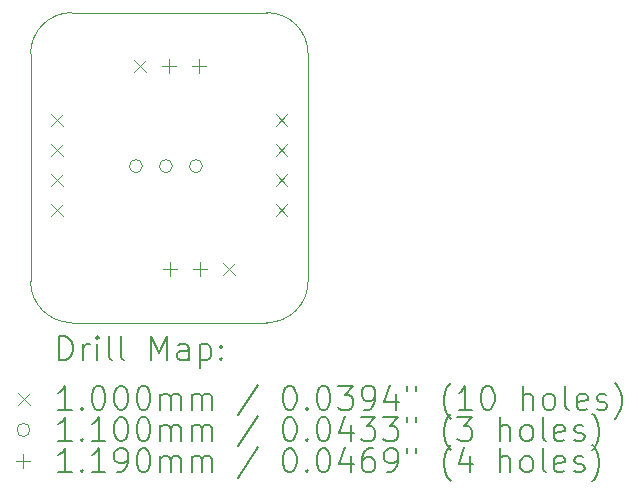
<source format=gbr>
%TF.GenerationSoftware,KiCad,Pcbnew,7.0.1*%
%TF.CreationDate,2023-08-26T15:59:39-05:00*%
%TF.ProjectId,Single Mosfet Board,53696e67-6c65-4204-9d6f-736665742042,rev?*%
%TF.SameCoordinates,Original*%
%TF.FileFunction,Drillmap*%
%TF.FilePolarity,Positive*%
%FSLAX45Y45*%
G04 Gerber Fmt 4.5, Leading zero omitted, Abs format (unit mm)*
G04 Created by KiCad (PCBNEW 7.0.1) date 2023-08-26 15:59:39*
%MOMM*%
%LPD*%
G01*
G04 APERTURE LIST*
%ADD10C,0.100000*%
%ADD11C,0.200000*%
%ADD12C,0.110000*%
%ADD13C,0.119000*%
G04 APERTURE END LIST*
D10*
X15100000Y-9450000D02*
X15100000Y-7525000D01*
X13100000Y-9800000D02*
X14750000Y-9800000D01*
X12750000Y-7525000D02*
X12750000Y-9450000D01*
X14750000Y-7175000D02*
X13100000Y-7175000D01*
X14750000Y-9800000D02*
G75*
G03*
X15100000Y-9450000I0J350000D01*
G01*
X13100000Y-7175000D02*
G75*
G03*
X12750000Y-7525000I0J-350000D01*
G01*
X15100000Y-7525000D02*
G75*
G03*
X14750000Y-7175000I-350000J0D01*
G01*
X12750000Y-9450000D02*
G75*
G03*
X13100000Y-9800000I350000J0D01*
G01*
D11*
D10*
X12925000Y-8038000D02*
X13025000Y-8138000D01*
X13025000Y-8038000D02*
X12925000Y-8138000D01*
X12925000Y-8292000D02*
X13025000Y-8392000D01*
X13025000Y-8292000D02*
X12925000Y-8392000D01*
X12925000Y-8546000D02*
X13025000Y-8646000D01*
X13025000Y-8546000D02*
X12925000Y-8646000D01*
X12925000Y-8800000D02*
X13025000Y-8900000D01*
X13025000Y-8800000D02*
X12925000Y-8900000D01*
X13625000Y-7575000D02*
X13725000Y-7675000D01*
X13725000Y-7575000D02*
X13625000Y-7675000D01*
X14383000Y-9293000D02*
X14483000Y-9393000D01*
X14483000Y-9293000D02*
X14383000Y-9393000D01*
X14825000Y-8038000D02*
X14925000Y-8138000D01*
X14925000Y-8038000D02*
X14825000Y-8138000D01*
X14825000Y-8292000D02*
X14925000Y-8392000D01*
X14925000Y-8292000D02*
X14825000Y-8392000D01*
X14825000Y-8546000D02*
X14925000Y-8646000D01*
X14925000Y-8546000D02*
X14825000Y-8646000D01*
X14825000Y-8800000D02*
X14925000Y-8900000D01*
X14925000Y-8800000D02*
X14825000Y-8900000D01*
D12*
X13697000Y-8475000D02*
G75*
G03*
X13697000Y-8475000I-55000J0D01*
G01*
X13951000Y-8475000D02*
G75*
G03*
X13951000Y-8475000I-55000J0D01*
G01*
X14205000Y-8475000D02*
G75*
G03*
X14205000Y-8475000I-55000J0D01*
G01*
D13*
X13921000Y-7565500D02*
X13921000Y-7684500D01*
X13861500Y-7625000D02*
X13980500Y-7625000D01*
X13933000Y-9283500D02*
X13933000Y-9402500D01*
X13873500Y-9343000D02*
X13992500Y-9343000D01*
X14175000Y-7565500D02*
X14175000Y-7684500D01*
X14115500Y-7625000D02*
X14234500Y-7625000D01*
X14187000Y-9283500D02*
X14187000Y-9402500D01*
X14127500Y-9343000D02*
X14246500Y-9343000D01*
D11*
X12992619Y-10117524D02*
X12992619Y-9917524D01*
X12992619Y-9917524D02*
X13040238Y-9917524D01*
X13040238Y-9917524D02*
X13068809Y-9927048D01*
X13068809Y-9927048D02*
X13087857Y-9946095D01*
X13087857Y-9946095D02*
X13097381Y-9965143D01*
X13097381Y-9965143D02*
X13106905Y-10003238D01*
X13106905Y-10003238D02*
X13106905Y-10031810D01*
X13106905Y-10031810D02*
X13097381Y-10069905D01*
X13097381Y-10069905D02*
X13087857Y-10088952D01*
X13087857Y-10088952D02*
X13068809Y-10108000D01*
X13068809Y-10108000D02*
X13040238Y-10117524D01*
X13040238Y-10117524D02*
X12992619Y-10117524D01*
X13192619Y-10117524D02*
X13192619Y-9984190D01*
X13192619Y-10022286D02*
X13202143Y-10003238D01*
X13202143Y-10003238D02*
X13211667Y-9993714D01*
X13211667Y-9993714D02*
X13230714Y-9984190D01*
X13230714Y-9984190D02*
X13249762Y-9984190D01*
X13316428Y-10117524D02*
X13316428Y-9984190D01*
X13316428Y-9917524D02*
X13306905Y-9927048D01*
X13306905Y-9927048D02*
X13316428Y-9936571D01*
X13316428Y-9936571D02*
X13325952Y-9927048D01*
X13325952Y-9927048D02*
X13316428Y-9917524D01*
X13316428Y-9917524D02*
X13316428Y-9936571D01*
X13440238Y-10117524D02*
X13421190Y-10108000D01*
X13421190Y-10108000D02*
X13411667Y-10088952D01*
X13411667Y-10088952D02*
X13411667Y-9917524D01*
X13545000Y-10117524D02*
X13525952Y-10108000D01*
X13525952Y-10108000D02*
X13516428Y-10088952D01*
X13516428Y-10088952D02*
X13516428Y-9917524D01*
X13773571Y-10117524D02*
X13773571Y-9917524D01*
X13773571Y-9917524D02*
X13840238Y-10060381D01*
X13840238Y-10060381D02*
X13906905Y-9917524D01*
X13906905Y-9917524D02*
X13906905Y-10117524D01*
X14087857Y-10117524D02*
X14087857Y-10012762D01*
X14087857Y-10012762D02*
X14078333Y-9993714D01*
X14078333Y-9993714D02*
X14059286Y-9984190D01*
X14059286Y-9984190D02*
X14021190Y-9984190D01*
X14021190Y-9984190D02*
X14002143Y-9993714D01*
X14087857Y-10108000D02*
X14068809Y-10117524D01*
X14068809Y-10117524D02*
X14021190Y-10117524D01*
X14021190Y-10117524D02*
X14002143Y-10108000D01*
X14002143Y-10108000D02*
X13992619Y-10088952D01*
X13992619Y-10088952D02*
X13992619Y-10069905D01*
X13992619Y-10069905D02*
X14002143Y-10050857D01*
X14002143Y-10050857D02*
X14021190Y-10041333D01*
X14021190Y-10041333D02*
X14068809Y-10041333D01*
X14068809Y-10041333D02*
X14087857Y-10031810D01*
X14183095Y-9984190D02*
X14183095Y-10184190D01*
X14183095Y-9993714D02*
X14202143Y-9984190D01*
X14202143Y-9984190D02*
X14240238Y-9984190D01*
X14240238Y-9984190D02*
X14259286Y-9993714D01*
X14259286Y-9993714D02*
X14268809Y-10003238D01*
X14268809Y-10003238D02*
X14278333Y-10022286D01*
X14278333Y-10022286D02*
X14278333Y-10079429D01*
X14278333Y-10079429D02*
X14268809Y-10098476D01*
X14268809Y-10098476D02*
X14259286Y-10108000D01*
X14259286Y-10108000D02*
X14240238Y-10117524D01*
X14240238Y-10117524D02*
X14202143Y-10117524D01*
X14202143Y-10117524D02*
X14183095Y-10108000D01*
X14364048Y-10098476D02*
X14373571Y-10108000D01*
X14373571Y-10108000D02*
X14364048Y-10117524D01*
X14364048Y-10117524D02*
X14354524Y-10108000D01*
X14354524Y-10108000D02*
X14364048Y-10098476D01*
X14364048Y-10098476D02*
X14364048Y-10117524D01*
X14364048Y-9993714D02*
X14373571Y-10003238D01*
X14373571Y-10003238D02*
X14364048Y-10012762D01*
X14364048Y-10012762D02*
X14354524Y-10003238D01*
X14354524Y-10003238D02*
X14364048Y-9993714D01*
X14364048Y-9993714D02*
X14364048Y-10012762D01*
D10*
X12645000Y-10395000D02*
X12745000Y-10495000D01*
X12745000Y-10395000D02*
X12645000Y-10495000D01*
D11*
X13097381Y-10537524D02*
X12983095Y-10537524D01*
X13040238Y-10537524D02*
X13040238Y-10337524D01*
X13040238Y-10337524D02*
X13021190Y-10366095D01*
X13021190Y-10366095D02*
X13002143Y-10385143D01*
X13002143Y-10385143D02*
X12983095Y-10394667D01*
X13183095Y-10518476D02*
X13192619Y-10528000D01*
X13192619Y-10528000D02*
X13183095Y-10537524D01*
X13183095Y-10537524D02*
X13173571Y-10528000D01*
X13173571Y-10528000D02*
X13183095Y-10518476D01*
X13183095Y-10518476D02*
X13183095Y-10537524D01*
X13316428Y-10337524D02*
X13335476Y-10337524D01*
X13335476Y-10337524D02*
X13354524Y-10347048D01*
X13354524Y-10347048D02*
X13364048Y-10356571D01*
X13364048Y-10356571D02*
X13373571Y-10375619D01*
X13373571Y-10375619D02*
X13383095Y-10413714D01*
X13383095Y-10413714D02*
X13383095Y-10461333D01*
X13383095Y-10461333D02*
X13373571Y-10499429D01*
X13373571Y-10499429D02*
X13364048Y-10518476D01*
X13364048Y-10518476D02*
X13354524Y-10528000D01*
X13354524Y-10528000D02*
X13335476Y-10537524D01*
X13335476Y-10537524D02*
X13316428Y-10537524D01*
X13316428Y-10537524D02*
X13297381Y-10528000D01*
X13297381Y-10528000D02*
X13287857Y-10518476D01*
X13287857Y-10518476D02*
X13278333Y-10499429D01*
X13278333Y-10499429D02*
X13268809Y-10461333D01*
X13268809Y-10461333D02*
X13268809Y-10413714D01*
X13268809Y-10413714D02*
X13278333Y-10375619D01*
X13278333Y-10375619D02*
X13287857Y-10356571D01*
X13287857Y-10356571D02*
X13297381Y-10347048D01*
X13297381Y-10347048D02*
X13316428Y-10337524D01*
X13506905Y-10337524D02*
X13525952Y-10337524D01*
X13525952Y-10337524D02*
X13545000Y-10347048D01*
X13545000Y-10347048D02*
X13554524Y-10356571D01*
X13554524Y-10356571D02*
X13564048Y-10375619D01*
X13564048Y-10375619D02*
X13573571Y-10413714D01*
X13573571Y-10413714D02*
X13573571Y-10461333D01*
X13573571Y-10461333D02*
X13564048Y-10499429D01*
X13564048Y-10499429D02*
X13554524Y-10518476D01*
X13554524Y-10518476D02*
X13545000Y-10528000D01*
X13545000Y-10528000D02*
X13525952Y-10537524D01*
X13525952Y-10537524D02*
X13506905Y-10537524D01*
X13506905Y-10537524D02*
X13487857Y-10528000D01*
X13487857Y-10528000D02*
X13478333Y-10518476D01*
X13478333Y-10518476D02*
X13468809Y-10499429D01*
X13468809Y-10499429D02*
X13459286Y-10461333D01*
X13459286Y-10461333D02*
X13459286Y-10413714D01*
X13459286Y-10413714D02*
X13468809Y-10375619D01*
X13468809Y-10375619D02*
X13478333Y-10356571D01*
X13478333Y-10356571D02*
X13487857Y-10347048D01*
X13487857Y-10347048D02*
X13506905Y-10337524D01*
X13697381Y-10337524D02*
X13716429Y-10337524D01*
X13716429Y-10337524D02*
X13735476Y-10347048D01*
X13735476Y-10347048D02*
X13745000Y-10356571D01*
X13745000Y-10356571D02*
X13754524Y-10375619D01*
X13754524Y-10375619D02*
X13764048Y-10413714D01*
X13764048Y-10413714D02*
X13764048Y-10461333D01*
X13764048Y-10461333D02*
X13754524Y-10499429D01*
X13754524Y-10499429D02*
X13745000Y-10518476D01*
X13745000Y-10518476D02*
X13735476Y-10528000D01*
X13735476Y-10528000D02*
X13716429Y-10537524D01*
X13716429Y-10537524D02*
X13697381Y-10537524D01*
X13697381Y-10537524D02*
X13678333Y-10528000D01*
X13678333Y-10528000D02*
X13668809Y-10518476D01*
X13668809Y-10518476D02*
X13659286Y-10499429D01*
X13659286Y-10499429D02*
X13649762Y-10461333D01*
X13649762Y-10461333D02*
X13649762Y-10413714D01*
X13649762Y-10413714D02*
X13659286Y-10375619D01*
X13659286Y-10375619D02*
X13668809Y-10356571D01*
X13668809Y-10356571D02*
X13678333Y-10347048D01*
X13678333Y-10347048D02*
X13697381Y-10337524D01*
X13849762Y-10537524D02*
X13849762Y-10404190D01*
X13849762Y-10423238D02*
X13859286Y-10413714D01*
X13859286Y-10413714D02*
X13878333Y-10404190D01*
X13878333Y-10404190D02*
X13906905Y-10404190D01*
X13906905Y-10404190D02*
X13925952Y-10413714D01*
X13925952Y-10413714D02*
X13935476Y-10432762D01*
X13935476Y-10432762D02*
X13935476Y-10537524D01*
X13935476Y-10432762D02*
X13945000Y-10413714D01*
X13945000Y-10413714D02*
X13964048Y-10404190D01*
X13964048Y-10404190D02*
X13992619Y-10404190D01*
X13992619Y-10404190D02*
X14011667Y-10413714D01*
X14011667Y-10413714D02*
X14021190Y-10432762D01*
X14021190Y-10432762D02*
X14021190Y-10537524D01*
X14116429Y-10537524D02*
X14116429Y-10404190D01*
X14116429Y-10423238D02*
X14125952Y-10413714D01*
X14125952Y-10413714D02*
X14145000Y-10404190D01*
X14145000Y-10404190D02*
X14173571Y-10404190D01*
X14173571Y-10404190D02*
X14192619Y-10413714D01*
X14192619Y-10413714D02*
X14202143Y-10432762D01*
X14202143Y-10432762D02*
X14202143Y-10537524D01*
X14202143Y-10432762D02*
X14211667Y-10413714D01*
X14211667Y-10413714D02*
X14230714Y-10404190D01*
X14230714Y-10404190D02*
X14259286Y-10404190D01*
X14259286Y-10404190D02*
X14278333Y-10413714D01*
X14278333Y-10413714D02*
X14287857Y-10432762D01*
X14287857Y-10432762D02*
X14287857Y-10537524D01*
X14678333Y-10328000D02*
X14506905Y-10585143D01*
X14935476Y-10337524D02*
X14954524Y-10337524D01*
X14954524Y-10337524D02*
X14973572Y-10347048D01*
X14973572Y-10347048D02*
X14983095Y-10356571D01*
X14983095Y-10356571D02*
X14992619Y-10375619D01*
X14992619Y-10375619D02*
X15002143Y-10413714D01*
X15002143Y-10413714D02*
X15002143Y-10461333D01*
X15002143Y-10461333D02*
X14992619Y-10499429D01*
X14992619Y-10499429D02*
X14983095Y-10518476D01*
X14983095Y-10518476D02*
X14973572Y-10528000D01*
X14973572Y-10528000D02*
X14954524Y-10537524D01*
X14954524Y-10537524D02*
X14935476Y-10537524D01*
X14935476Y-10537524D02*
X14916429Y-10528000D01*
X14916429Y-10528000D02*
X14906905Y-10518476D01*
X14906905Y-10518476D02*
X14897381Y-10499429D01*
X14897381Y-10499429D02*
X14887857Y-10461333D01*
X14887857Y-10461333D02*
X14887857Y-10413714D01*
X14887857Y-10413714D02*
X14897381Y-10375619D01*
X14897381Y-10375619D02*
X14906905Y-10356571D01*
X14906905Y-10356571D02*
X14916429Y-10347048D01*
X14916429Y-10347048D02*
X14935476Y-10337524D01*
X15087857Y-10518476D02*
X15097381Y-10528000D01*
X15097381Y-10528000D02*
X15087857Y-10537524D01*
X15087857Y-10537524D02*
X15078333Y-10528000D01*
X15078333Y-10528000D02*
X15087857Y-10518476D01*
X15087857Y-10518476D02*
X15087857Y-10537524D01*
X15221191Y-10337524D02*
X15240238Y-10337524D01*
X15240238Y-10337524D02*
X15259286Y-10347048D01*
X15259286Y-10347048D02*
X15268810Y-10356571D01*
X15268810Y-10356571D02*
X15278333Y-10375619D01*
X15278333Y-10375619D02*
X15287857Y-10413714D01*
X15287857Y-10413714D02*
X15287857Y-10461333D01*
X15287857Y-10461333D02*
X15278333Y-10499429D01*
X15278333Y-10499429D02*
X15268810Y-10518476D01*
X15268810Y-10518476D02*
X15259286Y-10528000D01*
X15259286Y-10528000D02*
X15240238Y-10537524D01*
X15240238Y-10537524D02*
X15221191Y-10537524D01*
X15221191Y-10537524D02*
X15202143Y-10528000D01*
X15202143Y-10528000D02*
X15192619Y-10518476D01*
X15192619Y-10518476D02*
X15183095Y-10499429D01*
X15183095Y-10499429D02*
X15173572Y-10461333D01*
X15173572Y-10461333D02*
X15173572Y-10413714D01*
X15173572Y-10413714D02*
X15183095Y-10375619D01*
X15183095Y-10375619D02*
X15192619Y-10356571D01*
X15192619Y-10356571D02*
X15202143Y-10347048D01*
X15202143Y-10347048D02*
X15221191Y-10337524D01*
X15354524Y-10337524D02*
X15478333Y-10337524D01*
X15478333Y-10337524D02*
X15411667Y-10413714D01*
X15411667Y-10413714D02*
X15440238Y-10413714D01*
X15440238Y-10413714D02*
X15459286Y-10423238D01*
X15459286Y-10423238D02*
X15468810Y-10432762D01*
X15468810Y-10432762D02*
X15478333Y-10451810D01*
X15478333Y-10451810D02*
X15478333Y-10499429D01*
X15478333Y-10499429D02*
X15468810Y-10518476D01*
X15468810Y-10518476D02*
X15459286Y-10528000D01*
X15459286Y-10528000D02*
X15440238Y-10537524D01*
X15440238Y-10537524D02*
X15383095Y-10537524D01*
X15383095Y-10537524D02*
X15364048Y-10528000D01*
X15364048Y-10528000D02*
X15354524Y-10518476D01*
X15573572Y-10537524D02*
X15611667Y-10537524D01*
X15611667Y-10537524D02*
X15630714Y-10528000D01*
X15630714Y-10528000D02*
X15640238Y-10518476D01*
X15640238Y-10518476D02*
X15659286Y-10489905D01*
X15659286Y-10489905D02*
X15668810Y-10451810D01*
X15668810Y-10451810D02*
X15668810Y-10375619D01*
X15668810Y-10375619D02*
X15659286Y-10356571D01*
X15659286Y-10356571D02*
X15649762Y-10347048D01*
X15649762Y-10347048D02*
X15630714Y-10337524D01*
X15630714Y-10337524D02*
X15592619Y-10337524D01*
X15592619Y-10337524D02*
X15573572Y-10347048D01*
X15573572Y-10347048D02*
X15564048Y-10356571D01*
X15564048Y-10356571D02*
X15554524Y-10375619D01*
X15554524Y-10375619D02*
X15554524Y-10423238D01*
X15554524Y-10423238D02*
X15564048Y-10442286D01*
X15564048Y-10442286D02*
X15573572Y-10451810D01*
X15573572Y-10451810D02*
X15592619Y-10461333D01*
X15592619Y-10461333D02*
X15630714Y-10461333D01*
X15630714Y-10461333D02*
X15649762Y-10451810D01*
X15649762Y-10451810D02*
X15659286Y-10442286D01*
X15659286Y-10442286D02*
X15668810Y-10423238D01*
X15840238Y-10404190D02*
X15840238Y-10537524D01*
X15792619Y-10328000D02*
X15745000Y-10470857D01*
X15745000Y-10470857D02*
X15868810Y-10470857D01*
X15935476Y-10337524D02*
X15935476Y-10375619D01*
X16011667Y-10337524D02*
X16011667Y-10375619D01*
X16306905Y-10613714D02*
X16297381Y-10604190D01*
X16297381Y-10604190D02*
X16278334Y-10575619D01*
X16278334Y-10575619D02*
X16268810Y-10556571D01*
X16268810Y-10556571D02*
X16259286Y-10528000D01*
X16259286Y-10528000D02*
X16249762Y-10480381D01*
X16249762Y-10480381D02*
X16249762Y-10442286D01*
X16249762Y-10442286D02*
X16259286Y-10394667D01*
X16259286Y-10394667D02*
X16268810Y-10366095D01*
X16268810Y-10366095D02*
X16278334Y-10347048D01*
X16278334Y-10347048D02*
X16297381Y-10318476D01*
X16297381Y-10318476D02*
X16306905Y-10308952D01*
X16487857Y-10537524D02*
X16373572Y-10537524D01*
X16430714Y-10537524D02*
X16430714Y-10337524D01*
X16430714Y-10337524D02*
X16411667Y-10366095D01*
X16411667Y-10366095D02*
X16392619Y-10385143D01*
X16392619Y-10385143D02*
X16373572Y-10394667D01*
X16611667Y-10337524D02*
X16630715Y-10337524D01*
X16630715Y-10337524D02*
X16649762Y-10347048D01*
X16649762Y-10347048D02*
X16659286Y-10356571D01*
X16659286Y-10356571D02*
X16668810Y-10375619D01*
X16668810Y-10375619D02*
X16678334Y-10413714D01*
X16678334Y-10413714D02*
X16678334Y-10461333D01*
X16678334Y-10461333D02*
X16668810Y-10499429D01*
X16668810Y-10499429D02*
X16659286Y-10518476D01*
X16659286Y-10518476D02*
X16649762Y-10528000D01*
X16649762Y-10528000D02*
X16630715Y-10537524D01*
X16630715Y-10537524D02*
X16611667Y-10537524D01*
X16611667Y-10537524D02*
X16592619Y-10528000D01*
X16592619Y-10528000D02*
X16583095Y-10518476D01*
X16583095Y-10518476D02*
X16573572Y-10499429D01*
X16573572Y-10499429D02*
X16564048Y-10461333D01*
X16564048Y-10461333D02*
X16564048Y-10413714D01*
X16564048Y-10413714D02*
X16573572Y-10375619D01*
X16573572Y-10375619D02*
X16583095Y-10356571D01*
X16583095Y-10356571D02*
X16592619Y-10347048D01*
X16592619Y-10347048D02*
X16611667Y-10337524D01*
X16916429Y-10537524D02*
X16916429Y-10337524D01*
X17002143Y-10537524D02*
X17002143Y-10432762D01*
X17002143Y-10432762D02*
X16992619Y-10413714D01*
X16992619Y-10413714D02*
X16973572Y-10404190D01*
X16973572Y-10404190D02*
X16945000Y-10404190D01*
X16945000Y-10404190D02*
X16925953Y-10413714D01*
X16925953Y-10413714D02*
X16916429Y-10423238D01*
X17125953Y-10537524D02*
X17106905Y-10528000D01*
X17106905Y-10528000D02*
X17097381Y-10518476D01*
X17097381Y-10518476D02*
X17087858Y-10499429D01*
X17087858Y-10499429D02*
X17087858Y-10442286D01*
X17087858Y-10442286D02*
X17097381Y-10423238D01*
X17097381Y-10423238D02*
X17106905Y-10413714D01*
X17106905Y-10413714D02*
X17125953Y-10404190D01*
X17125953Y-10404190D02*
X17154524Y-10404190D01*
X17154524Y-10404190D02*
X17173572Y-10413714D01*
X17173572Y-10413714D02*
X17183096Y-10423238D01*
X17183096Y-10423238D02*
X17192619Y-10442286D01*
X17192619Y-10442286D02*
X17192619Y-10499429D01*
X17192619Y-10499429D02*
X17183096Y-10518476D01*
X17183096Y-10518476D02*
X17173572Y-10528000D01*
X17173572Y-10528000D02*
X17154524Y-10537524D01*
X17154524Y-10537524D02*
X17125953Y-10537524D01*
X17306905Y-10537524D02*
X17287858Y-10528000D01*
X17287858Y-10528000D02*
X17278334Y-10508952D01*
X17278334Y-10508952D02*
X17278334Y-10337524D01*
X17459286Y-10528000D02*
X17440239Y-10537524D01*
X17440239Y-10537524D02*
X17402143Y-10537524D01*
X17402143Y-10537524D02*
X17383096Y-10528000D01*
X17383096Y-10528000D02*
X17373572Y-10508952D01*
X17373572Y-10508952D02*
X17373572Y-10432762D01*
X17373572Y-10432762D02*
X17383096Y-10413714D01*
X17383096Y-10413714D02*
X17402143Y-10404190D01*
X17402143Y-10404190D02*
X17440239Y-10404190D01*
X17440239Y-10404190D02*
X17459286Y-10413714D01*
X17459286Y-10413714D02*
X17468810Y-10432762D01*
X17468810Y-10432762D02*
X17468810Y-10451810D01*
X17468810Y-10451810D02*
X17373572Y-10470857D01*
X17545000Y-10528000D02*
X17564048Y-10537524D01*
X17564048Y-10537524D02*
X17602143Y-10537524D01*
X17602143Y-10537524D02*
X17621191Y-10528000D01*
X17621191Y-10528000D02*
X17630715Y-10508952D01*
X17630715Y-10508952D02*
X17630715Y-10499429D01*
X17630715Y-10499429D02*
X17621191Y-10480381D01*
X17621191Y-10480381D02*
X17602143Y-10470857D01*
X17602143Y-10470857D02*
X17573572Y-10470857D01*
X17573572Y-10470857D02*
X17554524Y-10461333D01*
X17554524Y-10461333D02*
X17545000Y-10442286D01*
X17545000Y-10442286D02*
X17545000Y-10432762D01*
X17545000Y-10432762D02*
X17554524Y-10413714D01*
X17554524Y-10413714D02*
X17573572Y-10404190D01*
X17573572Y-10404190D02*
X17602143Y-10404190D01*
X17602143Y-10404190D02*
X17621191Y-10413714D01*
X17697381Y-10613714D02*
X17706905Y-10604190D01*
X17706905Y-10604190D02*
X17725953Y-10575619D01*
X17725953Y-10575619D02*
X17735477Y-10556571D01*
X17735477Y-10556571D02*
X17745000Y-10528000D01*
X17745000Y-10528000D02*
X17754524Y-10480381D01*
X17754524Y-10480381D02*
X17754524Y-10442286D01*
X17754524Y-10442286D02*
X17745000Y-10394667D01*
X17745000Y-10394667D02*
X17735477Y-10366095D01*
X17735477Y-10366095D02*
X17725953Y-10347048D01*
X17725953Y-10347048D02*
X17706905Y-10318476D01*
X17706905Y-10318476D02*
X17697381Y-10308952D01*
D12*
X12745000Y-10709000D02*
G75*
G03*
X12745000Y-10709000I-55000J0D01*
G01*
D11*
X13097381Y-10801524D02*
X12983095Y-10801524D01*
X13040238Y-10801524D02*
X13040238Y-10601524D01*
X13040238Y-10601524D02*
X13021190Y-10630095D01*
X13021190Y-10630095D02*
X13002143Y-10649143D01*
X13002143Y-10649143D02*
X12983095Y-10658667D01*
X13183095Y-10782476D02*
X13192619Y-10792000D01*
X13192619Y-10792000D02*
X13183095Y-10801524D01*
X13183095Y-10801524D02*
X13173571Y-10792000D01*
X13173571Y-10792000D02*
X13183095Y-10782476D01*
X13183095Y-10782476D02*
X13183095Y-10801524D01*
X13383095Y-10801524D02*
X13268809Y-10801524D01*
X13325952Y-10801524D02*
X13325952Y-10601524D01*
X13325952Y-10601524D02*
X13306905Y-10630095D01*
X13306905Y-10630095D02*
X13287857Y-10649143D01*
X13287857Y-10649143D02*
X13268809Y-10658667D01*
X13506905Y-10601524D02*
X13525952Y-10601524D01*
X13525952Y-10601524D02*
X13545000Y-10611048D01*
X13545000Y-10611048D02*
X13554524Y-10620571D01*
X13554524Y-10620571D02*
X13564048Y-10639619D01*
X13564048Y-10639619D02*
X13573571Y-10677714D01*
X13573571Y-10677714D02*
X13573571Y-10725333D01*
X13573571Y-10725333D02*
X13564048Y-10763429D01*
X13564048Y-10763429D02*
X13554524Y-10782476D01*
X13554524Y-10782476D02*
X13545000Y-10792000D01*
X13545000Y-10792000D02*
X13525952Y-10801524D01*
X13525952Y-10801524D02*
X13506905Y-10801524D01*
X13506905Y-10801524D02*
X13487857Y-10792000D01*
X13487857Y-10792000D02*
X13478333Y-10782476D01*
X13478333Y-10782476D02*
X13468809Y-10763429D01*
X13468809Y-10763429D02*
X13459286Y-10725333D01*
X13459286Y-10725333D02*
X13459286Y-10677714D01*
X13459286Y-10677714D02*
X13468809Y-10639619D01*
X13468809Y-10639619D02*
X13478333Y-10620571D01*
X13478333Y-10620571D02*
X13487857Y-10611048D01*
X13487857Y-10611048D02*
X13506905Y-10601524D01*
X13697381Y-10601524D02*
X13716429Y-10601524D01*
X13716429Y-10601524D02*
X13735476Y-10611048D01*
X13735476Y-10611048D02*
X13745000Y-10620571D01*
X13745000Y-10620571D02*
X13754524Y-10639619D01*
X13754524Y-10639619D02*
X13764048Y-10677714D01*
X13764048Y-10677714D02*
X13764048Y-10725333D01*
X13764048Y-10725333D02*
X13754524Y-10763429D01*
X13754524Y-10763429D02*
X13745000Y-10782476D01*
X13745000Y-10782476D02*
X13735476Y-10792000D01*
X13735476Y-10792000D02*
X13716429Y-10801524D01*
X13716429Y-10801524D02*
X13697381Y-10801524D01*
X13697381Y-10801524D02*
X13678333Y-10792000D01*
X13678333Y-10792000D02*
X13668809Y-10782476D01*
X13668809Y-10782476D02*
X13659286Y-10763429D01*
X13659286Y-10763429D02*
X13649762Y-10725333D01*
X13649762Y-10725333D02*
X13649762Y-10677714D01*
X13649762Y-10677714D02*
X13659286Y-10639619D01*
X13659286Y-10639619D02*
X13668809Y-10620571D01*
X13668809Y-10620571D02*
X13678333Y-10611048D01*
X13678333Y-10611048D02*
X13697381Y-10601524D01*
X13849762Y-10801524D02*
X13849762Y-10668190D01*
X13849762Y-10687238D02*
X13859286Y-10677714D01*
X13859286Y-10677714D02*
X13878333Y-10668190D01*
X13878333Y-10668190D02*
X13906905Y-10668190D01*
X13906905Y-10668190D02*
X13925952Y-10677714D01*
X13925952Y-10677714D02*
X13935476Y-10696762D01*
X13935476Y-10696762D02*
X13935476Y-10801524D01*
X13935476Y-10696762D02*
X13945000Y-10677714D01*
X13945000Y-10677714D02*
X13964048Y-10668190D01*
X13964048Y-10668190D02*
X13992619Y-10668190D01*
X13992619Y-10668190D02*
X14011667Y-10677714D01*
X14011667Y-10677714D02*
X14021190Y-10696762D01*
X14021190Y-10696762D02*
X14021190Y-10801524D01*
X14116429Y-10801524D02*
X14116429Y-10668190D01*
X14116429Y-10687238D02*
X14125952Y-10677714D01*
X14125952Y-10677714D02*
X14145000Y-10668190D01*
X14145000Y-10668190D02*
X14173571Y-10668190D01*
X14173571Y-10668190D02*
X14192619Y-10677714D01*
X14192619Y-10677714D02*
X14202143Y-10696762D01*
X14202143Y-10696762D02*
X14202143Y-10801524D01*
X14202143Y-10696762D02*
X14211667Y-10677714D01*
X14211667Y-10677714D02*
X14230714Y-10668190D01*
X14230714Y-10668190D02*
X14259286Y-10668190D01*
X14259286Y-10668190D02*
X14278333Y-10677714D01*
X14278333Y-10677714D02*
X14287857Y-10696762D01*
X14287857Y-10696762D02*
X14287857Y-10801524D01*
X14678333Y-10592000D02*
X14506905Y-10849143D01*
X14935476Y-10601524D02*
X14954524Y-10601524D01*
X14954524Y-10601524D02*
X14973572Y-10611048D01*
X14973572Y-10611048D02*
X14983095Y-10620571D01*
X14983095Y-10620571D02*
X14992619Y-10639619D01*
X14992619Y-10639619D02*
X15002143Y-10677714D01*
X15002143Y-10677714D02*
X15002143Y-10725333D01*
X15002143Y-10725333D02*
X14992619Y-10763429D01*
X14992619Y-10763429D02*
X14983095Y-10782476D01*
X14983095Y-10782476D02*
X14973572Y-10792000D01*
X14973572Y-10792000D02*
X14954524Y-10801524D01*
X14954524Y-10801524D02*
X14935476Y-10801524D01*
X14935476Y-10801524D02*
X14916429Y-10792000D01*
X14916429Y-10792000D02*
X14906905Y-10782476D01*
X14906905Y-10782476D02*
X14897381Y-10763429D01*
X14897381Y-10763429D02*
X14887857Y-10725333D01*
X14887857Y-10725333D02*
X14887857Y-10677714D01*
X14887857Y-10677714D02*
X14897381Y-10639619D01*
X14897381Y-10639619D02*
X14906905Y-10620571D01*
X14906905Y-10620571D02*
X14916429Y-10611048D01*
X14916429Y-10611048D02*
X14935476Y-10601524D01*
X15087857Y-10782476D02*
X15097381Y-10792000D01*
X15097381Y-10792000D02*
X15087857Y-10801524D01*
X15087857Y-10801524D02*
X15078333Y-10792000D01*
X15078333Y-10792000D02*
X15087857Y-10782476D01*
X15087857Y-10782476D02*
X15087857Y-10801524D01*
X15221191Y-10601524D02*
X15240238Y-10601524D01*
X15240238Y-10601524D02*
X15259286Y-10611048D01*
X15259286Y-10611048D02*
X15268810Y-10620571D01*
X15268810Y-10620571D02*
X15278333Y-10639619D01*
X15278333Y-10639619D02*
X15287857Y-10677714D01*
X15287857Y-10677714D02*
X15287857Y-10725333D01*
X15287857Y-10725333D02*
X15278333Y-10763429D01*
X15278333Y-10763429D02*
X15268810Y-10782476D01*
X15268810Y-10782476D02*
X15259286Y-10792000D01*
X15259286Y-10792000D02*
X15240238Y-10801524D01*
X15240238Y-10801524D02*
X15221191Y-10801524D01*
X15221191Y-10801524D02*
X15202143Y-10792000D01*
X15202143Y-10792000D02*
X15192619Y-10782476D01*
X15192619Y-10782476D02*
X15183095Y-10763429D01*
X15183095Y-10763429D02*
X15173572Y-10725333D01*
X15173572Y-10725333D02*
X15173572Y-10677714D01*
X15173572Y-10677714D02*
X15183095Y-10639619D01*
X15183095Y-10639619D02*
X15192619Y-10620571D01*
X15192619Y-10620571D02*
X15202143Y-10611048D01*
X15202143Y-10611048D02*
X15221191Y-10601524D01*
X15459286Y-10668190D02*
X15459286Y-10801524D01*
X15411667Y-10592000D02*
X15364048Y-10734857D01*
X15364048Y-10734857D02*
X15487857Y-10734857D01*
X15545000Y-10601524D02*
X15668810Y-10601524D01*
X15668810Y-10601524D02*
X15602143Y-10677714D01*
X15602143Y-10677714D02*
X15630714Y-10677714D01*
X15630714Y-10677714D02*
X15649762Y-10687238D01*
X15649762Y-10687238D02*
X15659286Y-10696762D01*
X15659286Y-10696762D02*
X15668810Y-10715810D01*
X15668810Y-10715810D02*
X15668810Y-10763429D01*
X15668810Y-10763429D02*
X15659286Y-10782476D01*
X15659286Y-10782476D02*
X15649762Y-10792000D01*
X15649762Y-10792000D02*
X15630714Y-10801524D01*
X15630714Y-10801524D02*
X15573572Y-10801524D01*
X15573572Y-10801524D02*
X15554524Y-10792000D01*
X15554524Y-10792000D02*
X15545000Y-10782476D01*
X15735476Y-10601524D02*
X15859286Y-10601524D01*
X15859286Y-10601524D02*
X15792619Y-10677714D01*
X15792619Y-10677714D02*
X15821191Y-10677714D01*
X15821191Y-10677714D02*
X15840238Y-10687238D01*
X15840238Y-10687238D02*
X15849762Y-10696762D01*
X15849762Y-10696762D02*
X15859286Y-10715810D01*
X15859286Y-10715810D02*
X15859286Y-10763429D01*
X15859286Y-10763429D02*
X15849762Y-10782476D01*
X15849762Y-10782476D02*
X15840238Y-10792000D01*
X15840238Y-10792000D02*
X15821191Y-10801524D01*
X15821191Y-10801524D02*
X15764048Y-10801524D01*
X15764048Y-10801524D02*
X15745000Y-10792000D01*
X15745000Y-10792000D02*
X15735476Y-10782476D01*
X15935476Y-10601524D02*
X15935476Y-10639619D01*
X16011667Y-10601524D02*
X16011667Y-10639619D01*
X16306905Y-10877714D02*
X16297381Y-10868190D01*
X16297381Y-10868190D02*
X16278334Y-10839619D01*
X16278334Y-10839619D02*
X16268810Y-10820571D01*
X16268810Y-10820571D02*
X16259286Y-10792000D01*
X16259286Y-10792000D02*
X16249762Y-10744381D01*
X16249762Y-10744381D02*
X16249762Y-10706286D01*
X16249762Y-10706286D02*
X16259286Y-10658667D01*
X16259286Y-10658667D02*
X16268810Y-10630095D01*
X16268810Y-10630095D02*
X16278334Y-10611048D01*
X16278334Y-10611048D02*
X16297381Y-10582476D01*
X16297381Y-10582476D02*
X16306905Y-10572952D01*
X16364048Y-10601524D02*
X16487857Y-10601524D01*
X16487857Y-10601524D02*
X16421191Y-10677714D01*
X16421191Y-10677714D02*
X16449762Y-10677714D01*
X16449762Y-10677714D02*
X16468810Y-10687238D01*
X16468810Y-10687238D02*
X16478334Y-10696762D01*
X16478334Y-10696762D02*
X16487857Y-10715810D01*
X16487857Y-10715810D02*
X16487857Y-10763429D01*
X16487857Y-10763429D02*
X16478334Y-10782476D01*
X16478334Y-10782476D02*
X16468810Y-10792000D01*
X16468810Y-10792000D02*
X16449762Y-10801524D01*
X16449762Y-10801524D02*
X16392619Y-10801524D01*
X16392619Y-10801524D02*
X16373572Y-10792000D01*
X16373572Y-10792000D02*
X16364048Y-10782476D01*
X16725953Y-10801524D02*
X16725953Y-10601524D01*
X16811667Y-10801524D02*
X16811667Y-10696762D01*
X16811667Y-10696762D02*
X16802143Y-10677714D01*
X16802143Y-10677714D02*
X16783096Y-10668190D01*
X16783096Y-10668190D02*
X16754524Y-10668190D01*
X16754524Y-10668190D02*
X16735476Y-10677714D01*
X16735476Y-10677714D02*
X16725953Y-10687238D01*
X16935477Y-10801524D02*
X16916429Y-10792000D01*
X16916429Y-10792000D02*
X16906905Y-10782476D01*
X16906905Y-10782476D02*
X16897381Y-10763429D01*
X16897381Y-10763429D02*
X16897381Y-10706286D01*
X16897381Y-10706286D02*
X16906905Y-10687238D01*
X16906905Y-10687238D02*
X16916429Y-10677714D01*
X16916429Y-10677714D02*
X16935477Y-10668190D01*
X16935477Y-10668190D02*
X16964048Y-10668190D01*
X16964048Y-10668190D02*
X16983096Y-10677714D01*
X16983096Y-10677714D02*
X16992619Y-10687238D01*
X16992619Y-10687238D02*
X17002143Y-10706286D01*
X17002143Y-10706286D02*
X17002143Y-10763429D01*
X17002143Y-10763429D02*
X16992619Y-10782476D01*
X16992619Y-10782476D02*
X16983096Y-10792000D01*
X16983096Y-10792000D02*
X16964048Y-10801524D01*
X16964048Y-10801524D02*
X16935477Y-10801524D01*
X17116429Y-10801524D02*
X17097381Y-10792000D01*
X17097381Y-10792000D02*
X17087858Y-10772952D01*
X17087858Y-10772952D02*
X17087858Y-10601524D01*
X17268810Y-10792000D02*
X17249762Y-10801524D01*
X17249762Y-10801524D02*
X17211667Y-10801524D01*
X17211667Y-10801524D02*
X17192619Y-10792000D01*
X17192619Y-10792000D02*
X17183096Y-10772952D01*
X17183096Y-10772952D02*
X17183096Y-10696762D01*
X17183096Y-10696762D02*
X17192619Y-10677714D01*
X17192619Y-10677714D02*
X17211667Y-10668190D01*
X17211667Y-10668190D02*
X17249762Y-10668190D01*
X17249762Y-10668190D02*
X17268810Y-10677714D01*
X17268810Y-10677714D02*
X17278334Y-10696762D01*
X17278334Y-10696762D02*
X17278334Y-10715810D01*
X17278334Y-10715810D02*
X17183096Y-10734857D01*
X17354524Y-10792000D02*
X17373572Y-10801524D01*
X17373572Y-10801524D02*
X17411667Y-10801524D01*
X17411667Y-10801524D02*
X17430715Y-10792000D01*
X17430715Y-10792000D02*
X17440239Y-10772952D01*
X17440239Y-10772952D02*
X17440239Y-10763429D01*
X17440239Y-10763429D02*
X17430715Y-10744381D01*
X17430715Y-10744381D02*
X17411667Y-10734857D01*
X17411667Y-10734857D02*
X17383096Y-10734857D01*
X17383096Y-10734857D02*
X17364048Y-10725333D01*
X17364048Y-10725333D02*
X17354524Y-10706286D01*
X17354524Y-10706286D02*
X17354524Y-10696762D01*
X17354524Y-10696762D02*
X17364048Y-10677714D01*
X17364048Y-10677714D02*
X17383096Y-10668190D01*
X17383096Y-10668190D02*
X17411667Y-10668190D01*
X17411667Y-10668190D02*
X17430715Y-10677714D01*
X17506905Y-10877714D02*
X17516429Y-10868190D01*
X17516429Y-10868190D02*
X17535477Y-10839619D01*
X17535477Y-10839619D02*
X17545000Y-10820571D01*
X17545000Y-10820571D02*
X17554524Y-10792000D01*
X17554524Y-10792000D02*
X17564048Y-10744381D01*
X17564048Y-10744381D02*
X17564048Y-10706286D01*
X17564048Y-10706286D02*
X17554524Y-10658667D01*
X17554524Y-10658667D02*
X17545000Y-10630095D01*
X17545000Y-10630095D02*
X17535477Y-10611048D01*
X17535477Y-10611048D02*
X17516429Y-10582476D01*
X17516429Y-10582476D02*
X17506905Y-10572952D01*
D13*
X12685500Y-10913500D02*
X12685500Y-11032500D01*
X12626000Y-10973000D02*
X12745000Y-10973000D01*
D11*
X13097381Y-11065524D02*
X12983095Y-11065524D01*
X13040238Y-11065524D02*
X13040238Y-10865524D01*
X13040238Y-10865524D02*
X13021190Y-10894095D01*
X13021190Y-10894095D02*
X13002143Y-10913143D01*
X13002143Y-10913143D02*
X12983095Y-10922667D01*
X13183095Y-11046476D02*
X13192619Y-11056000D01*
X13192619Y-11056000D02*
X13183095Y-11065524D01*
X13183095Y-11065524D02*
X13173571Y-11056000D01*
X13173571Y-11056000D02*
X13183095Y-11046476D01*
X13183095Y-11046476D02*
X13183095Y-11065524D01*
X13383095Y-11065524D02*
X13268809Y-11065524D01*
X13325952Y-11065524D02*
X13325952Y-10865524D01*
X13325952Y-10865524D02*
X13306905Y-10894095D01*
X13306905Y-10894095D02*
X13287857Y-10913143D01*
X13287857Y-10913143D02*
X13268809Y-10922667D01*
X13478333Y-11065524D02*
X13516428Y-11065524D01*
X13516428Y-11065524D02*
X13535476Y-11056000D01*
X13535476Y-11056000D02*
X13545000Y-11046476D01*
X13545000Y-11046476D02*
X13564048Y-11017905D01*
X13564048Y-11017905D02*
X13573571Y-10979810D01*
X13573571Y-10979810D02*
X13573571Y-10903619D01*
X13573571Y-10903619D02*
X13564048Y-10884571D01*
X13564048Y-10884571D02*
X13554524Y-10875048D01*
X13554524Y-10875048D02*
X13535476Y-10865524D01*
X13535476Y-10865524D02*
X13497381Y-10865524D01*
X13497381Y-10865524D02*
X13478333Y-10875048D01*
X13478333Y-10875048D02*
X13468809Y-10884571D01*
X13468809Y-10884571D02*
X13459286Y-10903619D01*
X13459286Y-10903619D02*
X13459286Y-10951238D01*
X13459286Y-10951238D02*
X13468809Y-10970286D01*
X13468809Y-10970286D02*
X13478333Y-10979810D01*
X13478333Y-10979810D02*
X13497381Y-10989333D01*
X13497381Y-10989333D02*
X13535476Y-10989333D01*
X13535476Y-10989333D02*
X13554524Y-10979810D01*
X13554524Y-10979810D02*
X13564048Y-10970286D01*
X13564048Y-10970286D02*
X13573571Y-10951238D01*
X13697381Y-10865524D02*
X13716429Y-10865524D01*
X13716429Y-10865524D02*
X13735476Y-10875048D01*
X13735476Y-10875048D02*
X13745000Y-10884571D01*
X13745000Y-10884571D02*
X13754524Y-10903619D01*
X13754524Y-10903619D02*
X13764048Y-10941714D01*
X13764048Y-10941714D02*
X13764048Y-10989333D01*
X13764048Y-10989333D02*
X13754524Y-11027429D01*
X13754524Y-11027429D02*
X13745000Y-11046476D01*
X13745000Y-11046476D02*
X13735476Y-11056000D01*
X13735476Y-11056000D02*
X13716429Y-11065524D01*
X13716429Y-11065524D02*
X13697381Y-11065524D01*
X13697381Y-11065524D02*
X13678333Y-11056000D01*
X13678333Y-11056000D02*
X13668809Y-11046476D01*
X13668809Y-11046476D02*
X13659286Y-11027429D01*
X13659286Y-11027429D02*
X13649762Y-10989333D01*
X13649762Y-10989333D02*
X13649762Y-10941714D01*
X13649762Y-10941714D02*
X13659286Y-10903619D01*
X13659286Y-10903619D02*
X13668809Y-10884571D01*
X13668809Y-10884571D02*
X13678333Y-10875048D01*
X13678333Y-10875048D02*
X13697381Y-10865524D01*
X13849762Y-11065524D02*
X13849762Y-10932190D01*
X13849762Y-10951238D02*
X13859286Y-10941714D01*
X13859286Y-10941714D02*
X13878333Y-10932190D01*
X13878333Y-10932190D02*
X13906905Y-10932190D01*
X13906905Y-10932190D02*
X13925952Y-10941714D01*
X13925952Y-10941714D02*
X13935476Y-10960762D01*
X13935476Y-10960762D02*
X13935476Y-11065524D01*
X13935476Y-10960762D02*
X13945000Y-10941714D01*
X13945000Y-10941714D02*
X13964048Y-10932190D01*
X13964048Y-10932190D02*
X13992619Y-10932190D01*
X13992619Y-10932190D02*
X14011667Y-10941714D01*
X14011667Y-10941714D02*
X14021190Y-10960762D01*
X14021190Y-10960762D02*
X14021190Y-11065524D01*
X14116429Y-11065524D02*
X14116429Y-10932190D01*
X14116429Y-10951238D02*
X14125952Y-10941714D01*
X14125952Y-10941714D02*
X14145000Y-10932190D01*
X14145000Y-10932190D02*
X14173571Y-10932190D01*
X14173571Y-10932190D02*
X14192619Y-10941714D01*
X14192619Y-10941714D02*
X14202143Y-10960762D01*
X14202143Y-10960762D02*
X14202143Y-11065524D01*
X14202143Y-10960762D02*
X14211667Y-10941714D01*
X14211667Y-10941714D02*
X14230714Y-10932190D01*
X14230714Y-10932190D02*
X14259286Y-10932190D01*
X14259286Y-10932190D02*
X14278333Y-10941714D01*
X14278333Y-10941714D02*
X14287857Y-10960762D01*
X14287857Y-10960762D02*
X14287857Y-11065524D01*
X14678333Y-10856000D02*
X14506905Y-11113143D01*
X14935476Y-10865524D02*
X14954524Y-10865524D01*
X14954524Y-10865524D02*
X14973572Y-10875048D01*
X14973572Y-10875048D02*
X14983095Y-10884571D01*
X14983095Y-10884571D02*
X14992619Y-10903619D01*
X14992619Y-10903619D02*
X15002143Y-10941714D01*
X15002143Y-10941714D02*
X15002143Y-10989333D01*
X15002143Y-10989333D02*
X14992619Y-11027429D01*
X14992619Y-11027429D02*
X14983095Y-11046476D01*
X14983095Y-11046476D02*
X14973572Y-11056000D01*
X14973572Y-11056000D02*
X14954524Y-11065524D01*
X14954524Y-11065524D02*
X14935476Y-11065524D01*
X14935476Y-11065524D02*
X14916429Y-11056000D01*
X14916429Y-11056000D02*
X14906905Y-11046476D01*
X14906905Y-11046476D02*
X14897381Y-11027429D01*
X14897381Y-11027429D02*
X14887857Y-10989333D01*
X14887857Y-10989333D02*
X14887857Y-10941714D01*
X14887857Y-10941714D02*
X14897381Y-10903619D01*
X14897381Y-10903619D02*
X14906905Y-10884571D01*
X14906905Y-10884571D02*
X14916429Y-10875048D01*
X14916429Y-10875048D02*
X14935476Y-10865524D01*
X15087857Y-11046476D02*
X15097381Y-11056000D01*
X15097381Y-11056000D02*
X15087857Y-11065524D01*
X15087857Y-11065524D02*
X15078333Y-11056000D01*
X15078333Y-11056000D02*
X15087857Y-11046476D01*
X15087857Y-11046476D02*
X15087857Y-11065524D01*
X15221191Y-10865524D02*
X15240238Y-10865524D01*
X15240238Y-10865524D02*
X15259286Y-10875048D01*
X15259286Y-10875048D02*
X15268810Y-10884571D01*
X15268810Y-10884571D02*
X15278333Y-10903619D01*
X15278333Y-10903619D02*
X15287857Y-10941714D01*
X15287857Y-10941714D02*
X15287857Y-10989333D01*
X15287857Y-10989333D02*
X15278333Y-11027429D01*
X15278333Y-11027429D02*
X15268810Y-11046476D01*
X15268810Y-11046476D02*
X15259286Y-11056000D01*
X15259286Y-11056000D02*
X15240238Y-11065524D01*
X15240238Y-11065524D02*
X15221191Y-11065524D01*
X15221191Y-11065524D02*
X15202143Y-11056000D01*
X15202143Y-11056000D02*
X15192619Y-11046476D01*
X15192619Y-11046476D02*
X15183095Y-11027429D01*
X15183095Y-11027429D02*
X15173572Y-10989333D01*
X15173572Y-10989333D02*
X15173572Y-10941714D01*
X15173572Y-10941714D02*
X15183095Y-10903619D01*
X15183095Y-10903619D02*
X15192619Y-10884571D01*
X15192619Y-10884571D02*
X15202143Y-10875048D01*
X15202143Y-10875048D02*
X15221191Y-10865524D01*
X15459286Y-10932190D02*
X15459286Y-11065524D01*
X15411667Y-10856000D02*
X15364048Y-10998857D01*
X15364048Y-10998857D02*
X15487857Y-10998857D01*
X15649762Y-10865524D02*
X15611667Y-10865524D01*
X15611667Y-10865524D02*
X15592619Y-10875048D01*
X15592619Y-10875048D02*
X15583095Y-10884571D01*
X15583095Y-10884571D02*
X15564048Y-10913143D01*
X15564048Y-10913143D02*
X15554524Y-10951238D01*
X15554524Y-10951238D02*
X15554524Y-11027429D01*
X15554524Y-11027429D02*
X15564048Y-11046476D01*
X15564048Y-11046476D02*
X15573572Y-11056000D01*
X15573572Y-11056000D02*
X15592619Y-11065524D01*
X15592619Y-11065524D02*
X15630714Y-11065524D01*
X15630714Y-11065524D02*
X15649762Y-11056000D01*
X15649762Y-11056000D02*
X15659286Y-11046476D01*
X15659286Y-11046476D02*
X15668810Y-11027429D01*
X15668810Y-11027429D02*
X15668810Y-10979810D01*
X15668810Y-10979810D02*
X15659286Y-10960762D01*
X15659286Y-10960762D02*
X15649762Y-10951238D01*
X15649762Y-10951238D02*
X15630714Y-10941714D01*
X15630714Y-10941714D02*
X15592619Y-10941714D01*
X15592619Y-10941714D02*
X15573572Y-10951238D01*
X15573572Y-10951238D02*
X15564048Y-10960762D01*
X15564048Y-10960762D02*
X15554524Y-10979810D01*
X15764048Y-11065524D02*
X15802143Y-11065524D01*
X15802143Y-11065524D02*
X15821191Y-11056000D01*
X15821191Y-11056000D02*
X15830714Y-11046476D01*
X15830714Y-11046476D02*
X15849762Y-11017905D01*
X15849762Y-11017905D02*
X15859286Y-10979810D01*
X15859286Y-10979810D02*
X15859286Y-10903619D01*
X15859286Y-10903619D02*
X15849762Y-10884571D01*
X15849762Y-10884571D02*
X15840238Y-10875048D01*
X15840238Y-10875048D02*
X15821191Y-10865524D01*
X15821191Y-10865524D02*
X15783095Y-10865524D01*
X15783095Y-10865524D02*
X15764048Y-10875048D01*
X15764048Y-10875048D02*
X15754524Y-10884571D01*
X15754524Y-10884571D02*
X15745000Y-10903619D01*
X15745000Y-10903619D02*
X15745000Y-10951238D01*
X15745000Y-10951238D02*
X15754524Y-10970286D01*
X15754524Y-10970286D02*
X15764048Y-10979810D01*
X15764048Y-10979810D02*
X15783095Y-10989333D01*
X15783095Y-10989333D02*
X15821191Y-10989333D01*
X15821191Y-10989333D02*
X15840238Y-10979810D01*
X15840238Y-10979810D02*
X15849762Y-10970286D01*
X15849762Y-10970286D02*
X15859286Y-10951238D01*
X15935476Y-10865524D02*
X15935476Y-10903619D01*
X16011667Y-10865524D02*
X16011667Y-10903619D01*
X16306905Y-11141714D02*
X16297381Y-11132190D01*
X16297381Y-11132190D02*
X16278334Y-11103619D01*
X16278334Y-11103619D02*
X16268810Y-11084571D01*
X16268810Y-11084571D02*
X16259286Y-11056000D01*
X16259286Y-11056000D02*
X16249762Y-11008381D01*
X16249762Y-11008381D02*
X16249762Y-10970286D01*
X16249762Y-10970286D02*
X16259286Y-10922667D01*
X16259286Y-10922667D02*
X16268810Y-10894095D01*
X16268810Y-10894095D02*
X16278334Y-10875048D01*
X16278334Y-10875048D02*
X16297381Y-10846476D01*
X16297381Y-10846476D02*
X16306905Y-10836952D01*
X16468810Y-10932190D02*
X16468810Y-11065524D01*
X16421191Y-10856000D02*
X16373572Y-10998857D01*
X16373572Y-10998857D02*
X16497381Y-10998857D01*
X16725953Y-11065524D02*
X16725953Y-10865524D01*
X16811667Y-11065524D02*
X16811667Y-10960762D01*
X16811667Y-10960762D02*
X16802143Y-10941714D01*
X16802143Y-10941714D02*
X16783096Y-10932190D01*
X16783096Y-10932190D02*
X16754524Y-10932190D01*
X16754524Y-10932190D02*
X16735476Y-10941714D01*
X16735476Y-10941714D02*
X16725953Y-10951238D01*
X16935477Y-11065524D02*
X16916429Y-11056000D01*
X16916429Y-11056000D02*
X16906905Y-11046476D01*
X16906905Y-11046476D02*
X16897381Y-11027429D01*
X16897381Y-11027429D02*
X16897381Y-10970286D01*
X16897381Y-10970286D02*
X16906905Y-10951238D01*
X16906905Y-10951238D02*
X16916429Y-10941714D01*
X16916429Y-10941714D02*
X16935477Y-10932190D01*
X16935477Y-10932190D02*
X16964048Y-10932190D01*
X16964048Y-10932190D02*
X16983096Y-10941714D01*
X16983096Y-10941714D02*
X16992619Y-10951238D01*
X16992619Y-10951238D02*
X17002143Y-10970286D01*
X17002143Y-10970286D02*
X17002143Y-11027429D01*
X17002143Y-11027429D02*
X16992619Y-11046476D01*
X16992619Y-11046476D02*
X16983096Y-11056000D01*
X16983096Y-11056000D02*
X16964048Y-11065524D01*
X16964048Y-11065524D02*
X16935477Y-11065524D01*
X17116429Y-11065524D02*
X17097381Y-11056000D01*
X17097381Y-11056000D02*
X17087858Y-11036952D01*
X17087858Y-11036952D02*
X17087858Y-10865524D01*
X17268810Y-11056000D02*
X17249762Y-11065524D01*
X17249762Y-11065524D02*
X17211667Y-11065524D01*
X17211667Y-11065524D02*
X17192619Y-11056000D01*
X17192619Y-11056000D02*
X17183096Y-11036952D01*
X17183096Y-11036952D02*
X17183096Y-10960762D01*
X17183096Y-10960762D02*
X17192619Y-10941714D01*
X17192619Y-10941714D02*
X17211667Y-10932190D01*
X17211667Y-10932190D02*
X17249762Y-10932190D01*
X17249762Y-10932190D02*
X17268810Y-10941714D01*
X17268810Y-10941714D02*
X17278334Y-10960762D01*
X17278334Y-10960762D02*
X17278334Y-10979810D01*
X17278334Y-10979810D02*
X17183096Y-10998857D01*
X17354524Y-11056000D02*
X17373572Y-11065524D01*
X17373572Y-11065524D02*
X17411667Y-11065524D01*
X17411667Y-11065524D02*
X17430715Y-11056000D01*
X17430715Y-11056000D02*
X17440239Y-11036952D01*
X17440239Y-11036952D02*
X17440239Y-11027429D01*
X17440239Y-11027429D02*
X17430715Y-11008381D01*
X17430715Y-11008381D02*
X17411667Y-10998857D01*
X17411667Y-10998857D02*
X17383096Y-10998857D01*
X17383096Y-10998857D02*
X17364048Y-10989333D01*
X17364048Y-10989333D02*
X17354524Y-10970286D01*
X17354524Y-10970286D02*
X17354524Y-10960762D01*
X17354524Y-10960762D02*
X17364048Y-10941714D01*
X17364048Y-10941714D02*
X17383096Y-10932190D01*
X17383096Y-10932190D02*
X17411667Y-10932190D01*
X17411667Y-10932190D02*
X17430715Y-10941714D01*
X17506905Y-11141714D02*
X17516429Y-11132190D01*
X17516429Y-11132190D02*
X17535477Y-11103619D01*
X17535477Y-11103619D02*
X17545000Y-11084571D01*
X17545000Y-11084571D02*
X17554524Y-11056000D01*
X17554524Y-11056000D02*
X17564048Y-11008381D01*
X17564048Y-11008381D02*
X17564048Y-10970286D01*
X17564048Y-10970286D02*
X17554524Y-10922667D01*
X17554524Y-10922667D02*
X17545000Y-10894095D01*
X17545000Y-10894095D02*
X17535477Y-10875048D01*
X17535477Y-10875048D02*
X17516429Y-10846476D01*
X17516429Y-10846476D02*
X17506905Y-10836952D01*
M02*

</source>
